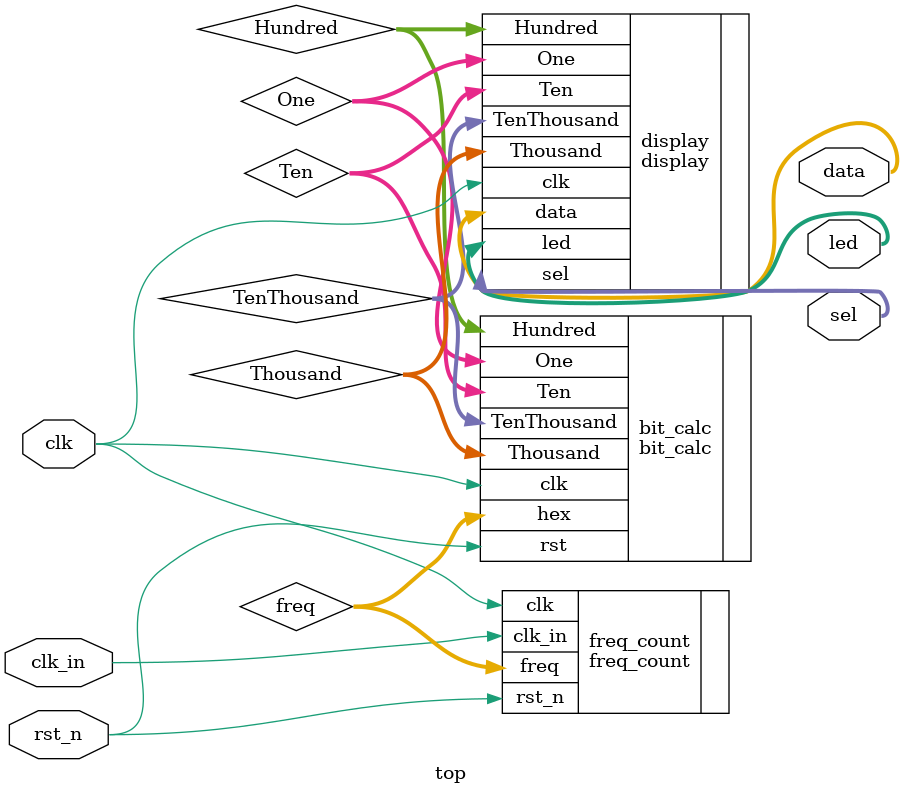
<source format=v>
`timescale 1ns / 1ps

module top(clk,rst_n,clk_in,sel,data,led    //增加led
);
input clk;
input rst_n;
input clk_in;
output [3:0] sel;
output [7:0] data;
output [3:0] led;          //输出led
wire   [19:0] freq;
wire   [4:0]  TenThousand,Thousand,Hundred,Ten,One;    //增加万位

freq_count freq_count(
	.clk(clk),
	.rst_n(rst_n),
	.clk_in(clk_in),
	.freq(freq)
);

bit_calc bit_calc(
	.clk(clk),
	.rst(rst_n),
	.hex(freq),
	.TenThousand(TenThousand),   //增加万位
	.Thousand(Thousand),
	.Hundred(Hundred),
	.Ten(Ten),
	.One(One)
);

display display(
	.clk(clk),
	.TenThousand(TenThousand),    //增加万位
	.Thousand(Thousand),
	.Hundred(Hundred),
	.Ten(Ten),
	.One(One),
	.sel(sel),
	.led(led),                //增加led
	.data(data)
);

endmodule


</source>
